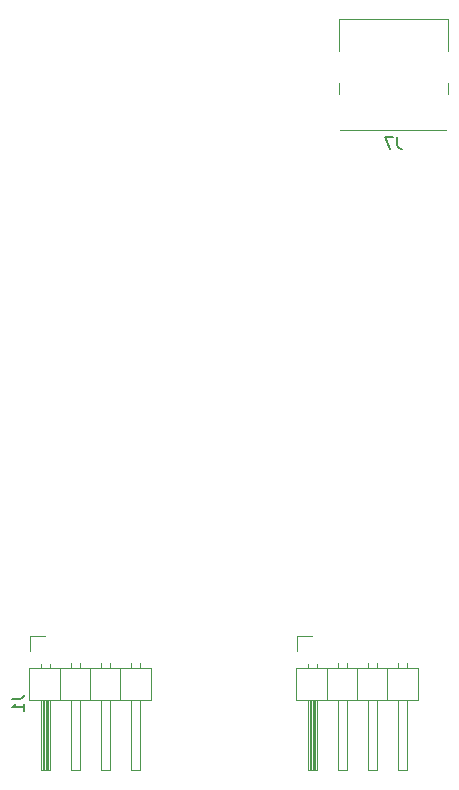
<source format=gbr>
%TF.GenerationSoftware,KiCad,Pcbnew,5.1.8*%
%TF.CreationDate,2021-01-17T13:40:54+01:00*%
%TF.ProjectId,sm4,736d342e-6b69-4636-9164-5f7063625858,rev?*%
%TF.SameCoordinates,Original*%
%TF.FileFunction,Legend,Bot*%
%TF.FilePolarity,Positive*%
%FSLAX46Y46*%
G04 Gerber Fmt 4.6, Leading zero omitted, Abs format (unit mm)*
G04 Created by KiCad (PCBNEW 5.1.8) date 2021-01-17 13:40:54*
%MOMM*%
%LPD*%
G01*
G04 APERTURE LIST*
%ADD10C,0.120000*%
%ADD11C,0.150000*%
G04 APERTURE END LIST*
D10*
%TO.C,J7*%
X79780000Y-53700000D02*
X79780000Y-52800000D01*
X88970000Y-53700000D02*
X88970000Y-52800000D01*
X79780000Y-50100000D02*
X79780000Y-47370000D01*
X88970000Y-50100000D02*
X88970000Y-47370000D01*
X79900000Y-56780000D02*
X88850000Y-56780000D01*
X79780000Y-47370000D02*
X88970000Y-47370000D01*
%TO.C,J4*%
X76230000Y-99630000D02*
X76230000Y-100900000D01*
X77500000Y-99630000D02*
X76230000Y-99630000D01*
X85500000Y-101942929D02*
X85500000Y-102340000D01*
X84740000Y-101942929D02*
X84740000Y-102340000D01*
X85500000Y-111000000D02*
X85500000Y-105000000D01*
X84740000Y-111000000D02*
X85500000Y-111000000D01*
X84740000Y-105000000D02*
X84740000Y-111000000D01*
X83850000Y-102340000D02*
X83850000Y-105000000D01*
X82960000Y-101942929D02*
X82960000Y-102340000D01*
X82200000Y-101942929D02*
X82200000Y-102340000D01*
X82960000Y-111000000D02*
X82960000Y-105000000D01*
X82200000Y-111000000D02*
X82960000Y-111000000D01*
X82200000Y-105000000D02*
X82200000Y-111000000D01*
X81310000Y-102340000D02*
X81310000Y-105000000D01*
X80420000Y-101942929D02*
X80420000Y-102340000D01*
X79660000Y-101942929D02*
X79660000Y-102340000D01*
X80420000Y-111000000D02*
X80420000Y-105000000D01*
X79660000Y-111000000D02*
X80420000Y-111000000D01*
X79660000Y-105000000D02*
X79660000Y-111000000D01*
X78770000Y-102340000D02*
X78770000Y-105000000D01*
X77880000Y-102010000D02*
X77880000Y-102340000D01*
X77120000Y-102010000D02*
X77120000Y-102340000D01*
X77780000Y-105000000D02*
X77780000Y-111000000D01*
X77660000Y-105000000D02*
X77660000Y-111000000D01*
X77540000Y-105000000D02*
X77540000Y-111000000D01*
X77420000Y-105000000D02*
X77420000Y-111000000D01*
X77300000Y-105000000D02*
X77300000Y-111000000D01*
X77180000Y-105000000D02*
X77180000Y-111000000D01*
X77880000Y-111000000D02*
X77880000Y-105000000D01*
X77120000Y-111000000D02*
X77880000Y-111000000D01*
X77120000Y-105000000D02*
X77120000Y-111000000D01*
X76170000Y-105000000D02*
X76170000Y-102340000D01*
X86450000Y-105000000D02*
X76170000Y-105000000D01*
X86450000Y-102340000D02*
X86450000Y-105000000D01*
X76170000Y-102340000D02*
X86450000Y-102340000D01*
%TO.C,J1*%
X53630000Y-99630000D02*
X53630000Y-100900000D01*
X54900000Y-99630000D02*
X53630000Y-99630000D01*
X62900000Y-101942929D02*
X62900000Y-102340000D01*
X62140000Y-101942929D02*
X62140000Y-102340000D01*
X62900000Y-111000000D02*
X62900000Y-105000000D01*
X62140000Y-111000000D02*
X62900000Y-111000000D01*
X62140000Y-105000000D02*
X62140000Y-111000000D01*
X61250000Y-102340000D02*
X61250000Y-105000000D01*
X60360000Y-101942929D02*
X60360000Y-102340000D01*
X59600000Y-101942929D02*
X59600000Y-102340000D01*
X60360000Y-111000000D02*
X60360000Y-105000000D01*
X59600000Y-111000000D02*
X60360000Y-111000000D01*
X59600000Y-105000000D02*
X59600000Y-111000000D01*
X58710000Y-102340000D02*
X58710000Y-105000000D01*
X57820000Y-101942929D02*
X57820000Y-102340000D01*
X57060000Y-101942929D02*
X57060000Y-102340000D01*
X57820000Y-111000000D02*
X57820000Y-105000000D01*
X57060000Y-111000000D02*
X57820000Y-111000000D01*
X57060000Y-105000000D02*
X57060000Y-111000000D01*
X56170000Y-102340000D02*
X56170000Y-105000000D01*
X55280000Y-102010000D02*
X55280000Y-102340000D01*
X54520000Y-102010000D02*
X54520000Y-102340000D01*
X55180000Y-105000000D02*
X55180000Y-111000000D01*
X55060000Y-105000000D02*
X55060000Y-111000000D01*
X54940000Y-105000000D02*
X54940000Y-111000000D01*
X54820000Y-105000000D02*
X54820000Y-111000000D01*
X54700000Y-105000000D02*
X54700000Y-111000000D01*
X54580000Y-105000000D02*
X54580000Y-111000000D01*
X55280000Y-111000000D02*
X55280000Y-105000000D01*
X54520000Y-111000000D02*
X55280000Y-111000000D01*
X54520000Y-105000000D02*
X54520000Y-111000000D01*
X53570000Y-105000000D02*
X53570000Y-102340000D01*
X63850000Y-105000000D02*
X53570000Y-105000000D01*
X63850000Y-102340000D02*
X63850000Y-105000000D01*
X53570000Y-102340000D02*
X63850000Y-102340000D01*
%TO.C,J7*%
D11*
X84708333Y-57352380D02*
X84708333Y-58066666D01*
X84755952Y-58209523D01*
X84851190Y-58304761D01*
X84994047Y-58352380D01*
X85089285Y-58352380D01*
X84327380Y-57352380D02*
X83660714Y-57352380D01*
X84089285Y-58352380D01*
%TO.C,J1*%
X52082380Y-104951666D02*
X52796666Y-104951666D01*
X52939523Y-104904047D01*
X53034761Y-104808809D01*
X53082380Y-104665952D01*
X53082380Y-104570714D01*
X53082380Y-105951666D02*
X53082380Y-105380238D01*
X53082380Y-105665952D02*
X52082380Y-105665952D01*
X52225238Y-105570714D01*
X52320476Y-105475476D01*
X52368095Y-105380238D01*
%TD*%
M02*

</source>
